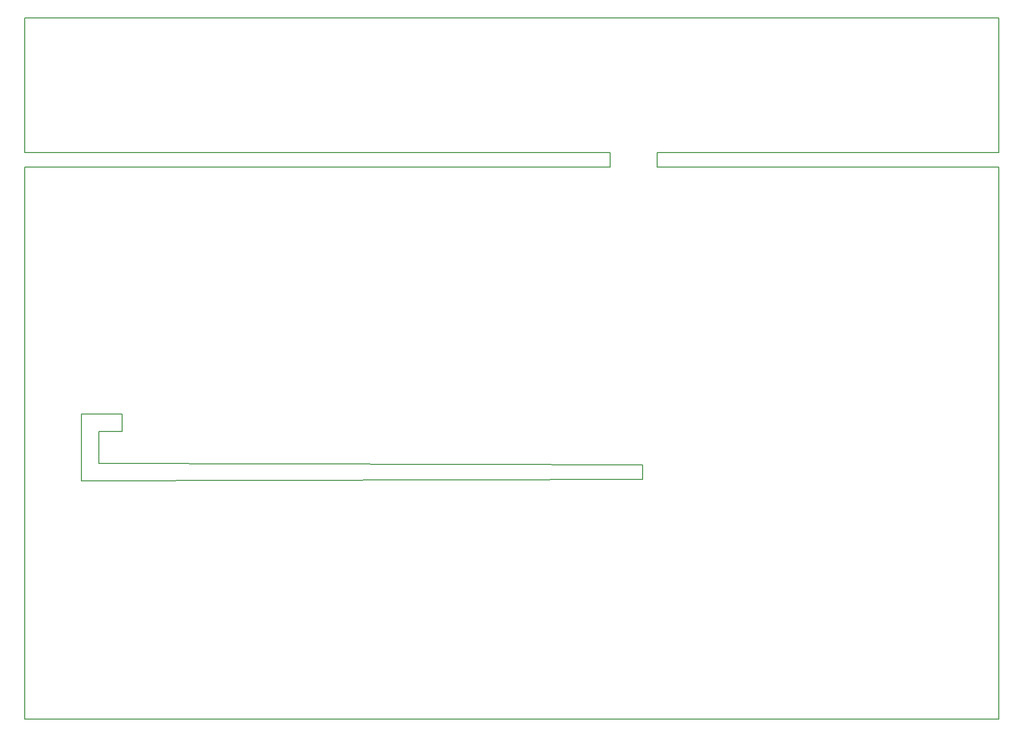
<source format=gbr>
G04 #@! TF.GenerationSoftware,KiCad,Pcbnew,(5.0.0)*
G04 #@! TF.CreationDate,2018-09-10T10:35:59+01:00*
G04 #@! TF.ProjectId,AquaHub,417175614875622E6B696361645F7063,rev?*
G04 #@! TF.SameCoordinates,Original*
G04 #@! TF.FileFunction,Profile,NP*
%FSLAX46Y46*%
G04 Gerber Fmt 4.6, Leading zero omitted, Abs format (unit mm)*
G04 Created by KiCad (PCBNEW (5.0.0)) date 09/10/18 10:35:59*
%MOMM*%
%LPD*%
G01*
G04 APERTURE LIST*
%ADD10C,0.200000*%
G04 APERTURE END LIST*
D10*
X55118000Y-106680000D02*
X48006000Y-106680000D01*
X55118000Y-109728000D02*
X55118000Y-106680000D01*
X51054000Y-109728000D02*
X55118000Y-109728000D01*
X146050000Y-115570000D02*
X146050000Y-118110000D01*
X140335000Y-63500000D02*
X140335000Y-60960000D01*
X148590000Y-60960000D02*
X148590000Y-63500000D01*
X148590000Y-63500000D02*
X208280000Y-63500000D01*
X208280000Y-60960000D02*
X148590000Y-60960000D01*
X208280000Y-37465000D02*
X208280000Y-60960000D01*
X38100000Y-37465000D02*
X208280000Y-37465000D01*
X38100000Y-60960000D02*
X38100000Y-37465000D01*
X140335000Y-60960000D02*
X38100000Y-60960000D01*
X48006000Y-118364000D02*
X48006000Y-106680000D01*
X146050000Y-118110000D02*
X48006000Y-118364000D01*
X51054000Y-115316000D02*
X146050000Y-115570000D01*
X51054000Y-109728000D02*
X51054000Y-115316000D01*
X38100000Y-160020000D02*
X208280000Y-160020000D01*
X38100000Y-63500000D02*
X38100000Y-160020000D01*
X140335000Y-63500000D02*
X38100000Y-63500000D01*
X208280000Y-63500000D02*
X208280000Y-160020000D01*
M02*

</source>
